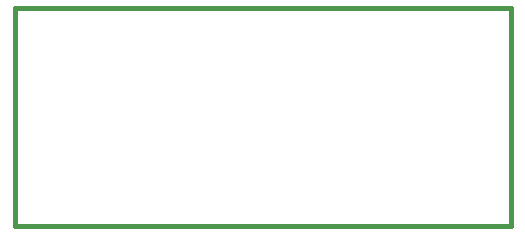
<source format=gko>
%FSLAX33Y33*%
%MOMM*%
%ADD10C,0.381*%
D10*
%LNpath-0*%
G01*
X0Y0D02*
X42000Y0D01*
X42000Y18500*
X0Y18500*
X0Y0*
%LNmechanical details_traces*%
M02*
</source>
